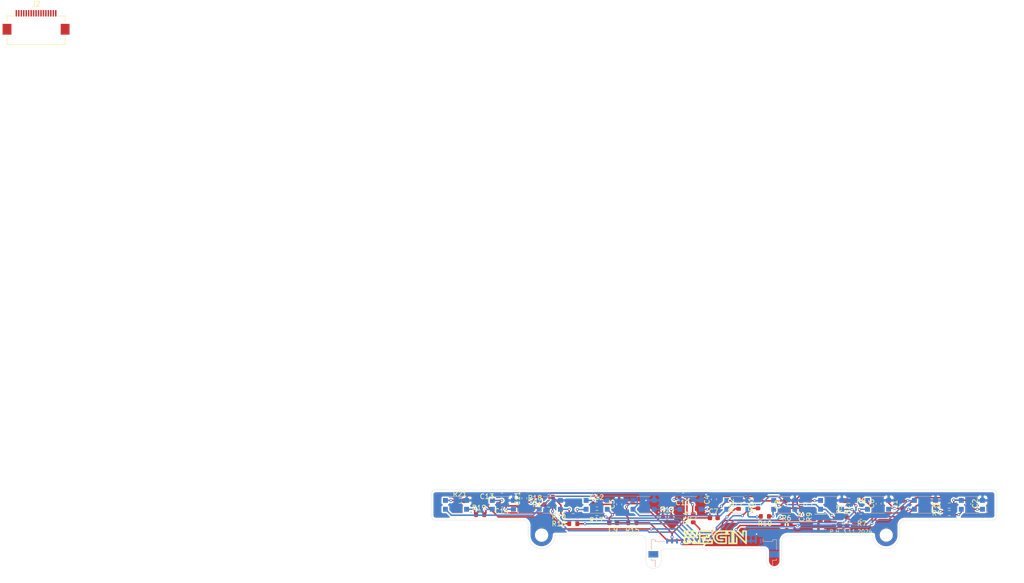
<source format=kicad_pcb>
(kicad_pcb (version 20240108) (generator "pcbnew") (generator_version "8.0")
  (layers (0 "F.Cu" signal) (31 "B.Cu" signal) (34 "B.Paste" user) (35 "F.Paste" user) (36 "B.SilkS" user "B.Silkscreen") (37 "F.SilkS" user "F.Silkscreen") (38 "B.Mask" user) (39 "F.Mask" user) (44 "Edge.Cuts" user))
  (net 0 "")
  (net 1 "+5V")
  (net 2 "Net-(C1-Pad1)")
  (net 3 "Net-(C2-Pad1)")
  (net 4 "GND")
  (net 5 "Net-(C5-Pad1)")
  (net 6 "Net-(C6-Pad1)")
  (net 7 "Net-(C7-Pad1)")
  (net 8 "Net-(C8-Pad1)")
  (net 9 "Net-(C9-Pad1)")
  (net 10 "Net-(C10-Pad1)")
  (net 11 "Net-(C11-Pad1)")
  (net 12 "Net-(C12-Pad1)")
  (net 13 "Net-(C13-Pad1)")
  (net 14 "Net-(C14-Pad1)")
  (net 15 "Net-(IC1-Pad4)")
  (net 16 "Net-(IC10-Pad4)")
  (net 17 "Net-(IC2-Pad1)")
  (net 18 "Net-(IC3-Pad4)")
  (net 19 "Net-(IC4-Pad1)")
  (net 20 "Net-(IC5-Pad4)")
  (net 21 "Net-(IC6-Pad1)")
  (net 22 "Net-(IC7-Pad4)")
  (net 23 "Net-(IC8-Pad1)")
  (net 24 "Net-(IC9-Pad4)")
  (net 25 "Net-(IC10-Pad1)")
  (net 26 "Net-(IC11-Pad4)")
  (net 27 "Net-(IC12-Pad1)")
  (net 28 "PC6")
  (net 29 "PA9")
  (net 30 "PA11")
  (net 32 "PB15")
  (net 33 "PC7")
  (net 34 "PA10")
  (net 35 "PC8")
  (net 36 "PA8")
  (net 37 "PA12")
  (net 38 "PB13")
  (net 39 "PB14")
  (net 40 "PC9")
  (net 41 "Net-(Q1-D)")
  (net 42 "PB12")
  (footprint "Resistor_SMD:R_0603_1608Metric" (layer "F.Cu") (at 164.35 101.075 -90)
    (property "Reference" "R9")
    (property "Value" "220")
  )
  (footprint "Capacitor_SMD:C_0603_1608Metric" (layer "F.Cu") (at 106.5 99.775 90)
    (property "Reference" "C11")
    (property "Value" "10n")
  )
  (footprint "Capacitor_SMD:C_0603_1608Metric" (layer "F.Cu") (at 101.975 99.25)
    (property "Reference" "C13")
    (property "Value" "10n")
  )
  (footprint "Resistor_SMD:R_0603_1608Metric" (layer "F.Cu") (at 159.775 105.2 180)
    (property "Reference" "R6")
    (property "Value" "220")
  )
  (footprint "Resistor_SMD:R_0603_1608Metric" (layer "F.Cu") (at 111.45 99.525)
    (property "Reference" "R18")
    (property "Value" "220" (hide yes))
  )
  (footprint "MountingHole:MountingHole_2.2mm_M2" (layer "F.Cu") (at 110 107.25)
    (property "Reference" "H1" (hide yes))
    (property "Value" "MountingHole")
  )
  (footprint "Resistor_SMD:R_0603_1608Metric" (layer "F.Cu") (at 93.425 100.25)
    (property "Reference" "R21")
    (property "Value" "220")
  )
  (footprint "Capacitor_SMD:C_0603_1608Metric" (layer "F.Cu") (at 196.65 100.925 -90)
    (property "Reference" "C2")
    (property "Value" "10n")
  )
  (footprint "logo:logo2" (layer "F.Cu") (at 145 108.2)
    (property "Reference" "G***" (hide yes))
    (property "Value" "LOGO" (hide yes))
  )
  (footprint "Resistor_SMD:R_0603_1608Metric" (layer "F.Cu") (at 140.8 103.825 -90)
    (property "Reference" "R14")
    (property "Value" "220")
  )
  (footprint "Capacitor_SMD:C_0603_1608Metric" (layer "F.Cu") (at 183.3 101.025 -90)
    (property "Reference" "C1")
    (property "Value" "10n")
  )
  (footprint "Resistor_SMD:R_0603_1608Metric" (layer "F.Cu") (at 153.95 100.975 -90)
    (property "Reference" "R11")
    (property "Value" "220")
  )
  (footprint "Resistor_SMD:R_0603_1608Metric" (layer "F.Cu") (at 111.425 101.05)
    (property "Reference" "R1")
    (property "Value" "47K" (hide yes))
  )
  (footprint "Resistor_SMD:R_0603_1608Metric" (layer "F.Cu") (at 155.35 103.45 180)
    (property "Reference" "R10")
    (property "Value" "39")
  )
  (footprint "Capacitor_SMD:C_0603_1608Metric" (layer "F.Cu") (at 178.45 100.875 90)
    (property "Reference" "C6")
    (property "Value" "10n")
  )
  (footprint "Capacitor_SMD:C_0603_1608Metric" (layer "F.Cu") (at 159.475 101.075 -90)
    (property "Reference" "C8")
    (property "Value" "10n")
  )
  (footprint "Resistor_SMD:R_0603_1608Metric" (layer "F.Cu") (at 135.5 103.5 180)
    (property "Reference" "R13")
    (property "Value" "39")
  )
  (footprint "Resistor_SMD:R_0603_1608Metric" (layer "F.Cu") (at 128.425 104.75)
    (property "Reference" "R15")
    (property "Value" "220" (hide yes))
  )
  (footprint "Capacitor_SMD:C_0603_1608Metric" (layer "F.Cu") (at 138.75 99.25)
    (property "Reference" "C10")
    (property "Value" "10n")
  )
  (footprint "Resistor_SMD:R_0603_1608Metric" (layer "F.Cu") (at 192.8 101.25 180)
    (property "Reference" "R5")
    (property "Value" "220")
  )
  (footprint "Resistor_SMD:R_0603_1608Metric" (layer "F.Cu") (at 170.55 104.475 90)
    (property "Reference" "R3")
    (property "Value" "47")
  )
  (footprint "Resistor_SMD:R_0603_1608Metric" (layer "F.Cu") (at 174.825 103.5 180)
    (property "Reference" "R7")
    (property "Value" "39")
  )
  (footprint "Resistor_SMD:R_0603_1608Metric" (layer "F.Cu") (at 172.425 100.25)
    (property "Reference" "R8")
    (property "Value" "220")
  )
  (footprint "Capacitor_SMD:C_0603_1608Metric" (layer "F.Cu") (at 102 101)
    (property "Reference" "C14")
    (property "Value" "10n" (hide yes))
  )
  (footprint "Connector_FFC-FPC:Hirose_FH12-17S-0.5SH_1x17-1MP_P0.50mm_Horizontal" (layer "F.Cu") (at 7.325 3.025)
    (property "Reference" "J2")
    (property "Value" "Conn_01x17")
  )
  (footprint "Resistor_SMD:R_0603_1608Metric" (layer "F.Cu") (at 116.425 104.95)
    (property "Reference" "R20")
    (property "Value" "220" (hide yes))
  )
  (footprint "Resistor_SMD:R_0603_1608Metric" (layer "F.Cu") (at 97.525 103.1 180)
    (property "Reference" "R19")
    (property "Value" "39" (hide yes))
  )
  (footprint "Capacitor_SMD:C_0603_1608Metric" (layer "F.Cu") (at 121.225 101)
    (property "Reference" "C12")
    (property "Value" "10n")
  )
  (footprint "Capacitor_SMD:C_0603_1608Metric" (layer "F.Cu") (at 124.525 104.75 180)
    (property "Reference" "C9")
    (property "Value" "10n" (hide yes))
  )
  (footprint "Resistor_SMD:R_0603_1608Metric" (layer "F.Cu") (at 192.8 102.775 180)
    (property "Reference" "R4")
    (property "Value" "39")
  )
  (footprint "MountingHole:MountingHole_2.2mm_M2" (layer "F.Cu") (at 180 107.25)
    (property "Reference" "H2" (hide yes))
    (property "Value" "MountingHole" (hide yes))
  )
  (footprint "Resistor_SMD:R_0603_1608Metric" (layer "F.Cu") (at 172.05 104.475 90)
    (property "Reference" "R2")
    (property "Value" "47")
  )
  (footprint "Resistor_SMD:R_0603_1608Metric" (layer "F.Cu") (at 150 101.075 -90)
    (property "Reference" "R12")
    (property "Value" "220")
  )
  (footprint "Capacitor_SMD:C_0603_1608Metric" (layer "F.Cu") (at 144.975 103.75 180)
    (property "Reference" "C7")
    (property "Value" "10n")
  )
  (footprint "Resistor_SMD:R_0603_1608Metric" (layer "F.Cu") (at 121.25 102.75)
    (property "Reference" "R17")
    (property "Value" "220" (hide yes))
  )
  (footprint "Capacitor_SMD:C_0603_1608Metric" (layer "F.Cu") (at 125.75 101 90)
    (property "Reference" "C3")
    (property "Value" "0.1u" (hide yes))
  )
  (footprint "Capacitor_SMD:C_0603_1608Metric" (layer "F.Cu") (at 162.75 101.025 -90)
    (property "Reference" "C5")
    (property "Value" "10n")
  )
  (footprint "NMOS_new:NMOS_SN" (layer "F.Cu") (at 167.0505 104.472)
    (property "Reference" "Q1" (hide yes))
    (property "Value" "NMOS")
  )
  (footprint "Capacitor_SMD:C_0603_1608Metric" (layer "F.Cu") (at 145 99.975 90)
    (property "Reference" "C4")
    (property "Value" "1u")
  )
  (footprint "Resistor_SMD:R_0603_1608Metric" (layer "F.Cu") (at 116.425 103.4 180)
    (property "Reference" "R16")
    (property "Value" "39")
  )
  (footprint "Sensor_Optical:KTIR0711S" (layer "B.Cu") (at 197.3875 101.1 180)
    (property "Reference" "IC1" (hide yes))
    (property "Value" "~")
  )
  (footprint "Sensor_Optical:KTIR0711S" (layer "B.Cu") (at 111.6625 101.1 180)
    (property "Reference" "IC10" (hide yes))
    (property "Value" "~" (hide yes))
  )
  (footprint "Sensor_Optical:KTIR0711S" (layer "B.Cu") (at 102.1375 101.1 180)
    (property "Reference" "IC11" (hide yes))
    (property "Value" "~" (hide yes))
  )
  (footprint "Sensor_Optical:KTIR0711S" (layer "B.Cu") (at 168.8125 101.1 180)
    (property "Reference" "IC4" (hide yes))
    (property "Value" "~")
  )
  (footprint "Sensor_Optical:KTIR0711S" (layer "B.Cu") (at 130.7125 101.1 180)
    (property "Reference" "IC8" (hide yes))
    (property "Value" "~" (hide yes))
  )
  (footprint "Sensor_Optical:KTIR0711S" (layer "B.Cu") (at 140.2375 101.1 180)
    (property "Reference" "IC7" (hide yes))
    (property "Value" "~" (hide yes))
  )
  (footprint "Connector_FFC-FPC:Molex_200528-0200_1x20-1MP_P1.00mm_Horizontal" (layer "B.Cu") (at 145 109.36 180)
    (property "Reference" "J1")
    (property "Value" "Conn_01x20")
  )
  (footprint "Sensor_Optical:KTIR0711S" (layer "B.Cu") (at 178.3375 101.1 180)
    (property "Reference" "IC3" (hide yes))
    (property "Value" "~")
  )
  (footprint "Sensor_Optical:KTIR0711S" (layer "B.Cu") (at 92.6125 101.1 180)
    (property "Reference" "IC12" (hide yes))
    (property "Value" "~" (hide yes))
  )
  (footprint "Sensor_Optical:KTIR0711S" (layer "B.Cu") (at 187.8625 101.1 180)
    (property "Reference" "IC2" (hide yes))
    (property "Value" "~")
  )
  (footprint "Sensor_Optical:KTIR0711S" (layer "B.Cu") (at 159.2875 101.1 180)
    (property "Reference" "IC5" (hide yes))
    (property "Value" "~")
  )
  (footprint "Sensor_Optical:KTIR0711S" (layer "B.Cu") (at 121.1875 101.1 180)
    (property "Reference" "IC9" (hide yes))
    (property "Value" "~" (hide yes))
  )
  (footprint "Sensor_Optical:KTIR0711S" (layer "B.Cu") (at 149.7625 101.1 180)
    (property "Reference" "IC6" (hide yes))
    (property "Value" "~" (hide yes))
  )
  (gr_line (start 160 107.25) (end 177 107.25) (stroke (width 0.05)) (layer "Edge.Cuts"))
  (gr_line (start 130 107.25) (end 113 107.25) (stroke (width 0.05)) (layer "Edge.Cuts"))
  (gr_arc (start 155.2 110) (mid 155.553553 110.146447) (end 155.7 110.5) (stroke (width 0.05)) (layer "Edge.Cuts"))
  (gr_arc (start 112.75 107.25) (mid 110 110) (end 107.25 107.25) (stroke (width 0.05)) (layer "Edge.Cuts"))
  (gr_arc (start 202.457107 103.25) (mid 202.176777 103.926777) (end 201.5 104.207107) (stroke (width 0.05)) (layer "Edge.Cuts"))
  (gr_arc (start 201.5 98.042893) (mid 202.176777 98.323223) (end 202.457107 99) (stroke (width 0.05)) (layer "Edge.Cuts"))
  (gr_arc (start 158.8 112.5) (mid 157.25 114.05) (end 155.7 112.5) (stroke (width 0.05)) (layer "Edge.Cuts"))
  (gr_arc (start 134.3 110.5) (mid 134.446447 110.146447) (end 134.8 110) (stroke (width 0.05)) (layer "Edge.Cuts"))
  (gr_arc (start 158.8 108.45) (mid 159.151472 107.601472) (end 160 107.25) (stroke (width 0.05)) (layer "Edge.Cuts"))
  (gr_line (start 201.5 98.042893) (end 88.5 98.042893) (stroke (width 0.05)) (layer "Edge.Cuts"))
  (gr_line (start 134.8 110) (end 155.2 110) (stroke (width 0.05)) (layer "Edge.Cuts"))
  (gr_line (start 107.25 105.207107) (end 107.25 107.25) (stroke (width 0.05)) (layer "Edge.Cuts"))
  (gr_arc (start 182.75 105.207107) (mid 183.042893 104.5) (end 183.75 104.207107) (stroke (width 0.05)) (layer "Edge.Cuts"))
  (gr_arc (start 87.542893 99) (mid 87.823223 98.323223) (end 88.5 98.042893) (stroke (width 0.05)) (layer "Edge.Cuts"))
  (gr_line (start 177 107.25) (end 177.25 107.25) (stroke (width 0.05)) (layer "Edge.Cuts"))
  (gr_line (start 182.75 105.207107) (end 182.75 107.25) (stroke (width 0.05)) (layer "Edge.Cuts"))
  (gr_line (start 158.8 112.5) (end 158.8 108.45) (stroke (width 0.05)) (layer "Edge.Cuts"))
  (gr_line (start 87.542893 103.25) (end 87.542893 99) (stroke (width 0.05)) (layer "Edge.Cuts"))
  (gr_line (start 106.25 104.207107) (end 88.5 104.207107) (stroke (width 0.05)) (layer "Edge.Cuts"))
  (gr_line (start 131.2 112.5) (end 131.2 108.45) (stroke (width 0.05)) (layer "Edge.Cuts"))
  (gr_arc (start 182.75 107.25) (mid 180 110) (end 177.25 107.25) (stroke (width 0.05)) (layer "Edge.Cuts"))
  (gr_line (start 183.75 104.207107) (end 201.5 104.207107) (stroke (width 0.05)) (layer "Edge.Cuts"))
  (gr_arc (start 130 107.25) (mid 130.848528 107.601472) (end 131.2 108.45) (stroke (width 0.05)) (layer "Edge.Cuts"))
  (gr_line (start 155.7 112.5) (end 155.7 110.5) (stroke (width 0.05)) (layer "Edge.Cuts"))
  (gr_line (start 134.3 112.5) (end 134.3 110.5) (stroke (width 0.05)) (layer "Edge.Cuts"))
  (gr_arc (start 88.5 104.207107) (mid 87.823223 103.926777) (end 87.542893 103.25) (stroke (width 0.05)) (layer "Edge.Cuts"))
  (gr_arc (start 106.25 104.207107) (mid 106.957107 104.5) (end 107.25 105.207107) (stroke (width 0.05)) (layer "Edge.Cuts"))
  (gr_arc (start 134.3 112.5) (mid 132.75 114.05) (end 131.2 112.5) (stroke (width 0.05)) (layer "Edge.Cuts"))
  (gr_line (start 202.457107 103.25) (end 202.457107 99) (stroke (width 0.05)) (layer "Edge.Cuts"))
  (gr_line (start 113 107.25) (end 112.75 107.25) (stroke (width 0.05)) (layer "Edge.Cuts"))
  (gr_text "P.H 3.11.2024\n" (at 168.4 107 0) (layer "F.SilkS") (effects (font (size 0.8 0.8) (thickness 0.1)) (justify left bottom)))
  (segment (start 181.75 101.8) (end 181.75 101.8) (width 0.3) (layer "F.Cu") (net 1))
  (segment (start 124.4 103.125) (end 125.75 101.775) (width 0.3) (layer "F.Cu") (net 1))
  (segment (start 105.25 101.75) (end 104.8 101.3) (width 0.3) (layer "F.Cu") (net 1))
  (segment (start 183.780761 101.8) (end 185.930761 99.65) (width 0.3) (layer "F.Cu") (net 1))
  (segment (start 109.45 101.75) (end 105.25 101.75) (width 0.3) (layer "F.Cu") (net 1))
  (segment (start 125.75 101.775) (end 126.675 100.85) (width 0.3) (layer "F.Cu") (net 1))
  (segment (start 161.05 100.580592) (end 161.05 101.8) (width 0.3) (layer "F.Cu") (net 1))
  (segment (start 181.7 101.8) (end 181.55 101.8) (width 0.3) (layer "F.Cu") (net 1))
  (segment (start 124.975 101) (end 125.75 101.775) (width 0.3) (layer "F.Cu") (net 1))
  (segment (start 179.85 100.1) (end 178.45 100.1) (width 0.3) (layer "F.Cu") (net 1))
  (segment (start 192.3 99.25) (end 197.044408 99.25) (width 0.3) (layer "F.Cu") (net 1))
  (segment (start 122 100.55) (end 122 101) (width 0.3) (layer "F.Cu") (net 1))
  (segment (start 103 99) (end 102.75 99.25) (width 0.2) (layer "F.Cu") (net 1))
  (segment (start 183.3 101.8) (end 183.780761 101.8) (width 0.3) (layer "F.Cu") (net 1))
  (segment (start 120.15 98.7) (end 122 100.55) (width 0.3) (layer "F.Cu") (net 1))
  (segment (start 185.930761 99.65) (end 191.9 99.65) (width 0.3) (layer "F.Cu") (net 1))
  (segment (start 126.675 100.85) (end 130.45 100.85) (width 0.3) (layer "F.Cu") (net 1))
  (segment (start 146.35 99.4) (end 159.869408 99.4) (width 0.3) (layer "F.Cu") (net 1))
  (segment (start 122 101) (end 124.975 101) (width 0.3) (layer "F.Cu") (net 1))
  (segment (start 123.75 104.75) (end 123.75 103.775) (width 0.3) (layer "F.Cu") (net 1))
  (segment (start 197.2 101.7) (end 196.65 101.7) (width 0.3) (layer "F.Cu") (net 1))
  (segment (start 183.3 101.8) (end 181.75 101.8) (width 0.3) (layer "F.Cu") (net 1))
  (segment (start 144.2 101.975) (end 144.2 101.55) (width 0.3) (layer "F.Cu") (net 1))
  (segment (start 143.65 101.975) (end 144.2 101.975) (width 0.3) (layer "F.Cu") (net 1))
  (segment (start 136.5 106.9) (end 139.65 103.75) (width 0.3) (layer "F.Cu") (net 1))
  (segment (start 110.6 101.05) (end 110.15 101.05) (width 0.3) (layer "F.Cu") (net 1))
  (segment (start 110.6 101.05) (end 111.525 100.125) (width 0.3) (layer "F.Cu") (net 1))
  (segment (start 178.45 100.1) (end 177.275 98.925) (width 0.3) (layer "F.Cu") (net 1))
  (segment (start 104.8 101.3) (end 103.075 101.3) (width 0.3) (layer "F.Cu") (net 1))
  (segment (start 144.2 101.55) (end 145 100.75) (width 0.3) (layer "F.Cu") (net 1))
  (segment (start 106.5 99) (end 103 99) (width 0.3) (layer "F.Cu") (net 1))
  (segment (start 162.8 103.1) (end 162.75 103.05) (width 0.3) (layer "F.Cu") (net 1))
  (segment (start 111.841642 98.7) (end 120.15 98.7) (width 0.3) (layer "F.Cu") (net 1))
  (segment (start 197.75 99.955592) (end 197.75 102) (width 0.3) (layer "F.Cu") (net 1))
  (segment (start 198.5 102) (end 197.75 102) (width 0.3) (layer "F.Cu") (net 1))
  (segment (start 197.044408 99.25) (end 197.75 99.955592) (width 0.3) (layer "F.Cu") (net 1))
  (segment (start 139.525 103.625) (end 139.65 103.75) (width 0.3) (layer "F.Cu") (net 1))
  (segment (start 162.75 101.8) (end 161.05 101.8) (width 0.3) (layer "F.Cu") (net 1))
  (segment (start 102.775 101.975) (end 102.8 102) (width 0.3) (layer "F.Cu") (net 1))
  (segment (start 197.5 102) (end 197.2 101.7) (width 0.3) (layer "F.Cu") (net 1))
  (segment (start 103.075 101.3) (end 102.775 101) (width 0.2) (layer "F.Cu") (net 1))
  (segment (start 144.2 103.75) (end 144.2 101.975) (width 0.3) (layer "F.Cu") (net 1))
  (segment (start 162.780592 98.925) (end 161.925 99.780592) (width 0.3) (layer "F.Cu") (net 1))
  (segment (start 161.925 100.975) (end 162.75 101.8) (width 0.3) (layer "F.Cu") (net 1))
  (segment (start 111.525 99.016642) (end 111.841642 98.7) (width 0.3) (layer "F.Cu") (net 1))
  (segment (start 145 100.75) (end 146.35 99.4) (width 0.3) (layer "F.Cu") (net 1))
  (segment (start 110.15 101.05) (end 109.45 101.75) (width 0.3) (layer "F.Cu") (net 1))
  (segment (start 161.925 99.780592) (end 161.925 100.975) (width 0.3) (layer "F.Cu") (net 1))
  (segment (start 162.75 103.05) (end 162.75 101.8) (width 0.3) (layer "F.Cu") (net 1))
  (segment (start 159.869408 99.4) (end 161.05 100.580592) (width 0.3) (layer "F.Cu") (net 1))
  (segment (start 136.5 107.625) (end 136.5 106.9) (width 0.3) (layer "F.Cu") (net 1))
  (segment (start 102.775 99.275) (end 102.75 99.25) (width 0.3) (layer "F.Cu") (net 1))
  (segment (start 197.75 102) (end 197.5 102) (width 0.3) (layer "F.Cu") (net 1))
  (segment (start 191.9 99.65) (end 192.3 99.25) (width 0.3) (layer "F.Cu") (net 1))
  (segment (start 139.65 103.75) (end 144.2 103.75) (width 0.3) (layer "F.Cu") (net 1))
  (segment (start 159.525 101.8) (end 159.475 101.85) (width 0.3) (layer "F.Cu") (net 1))
  (segment (start 102.775 101) (end 102.775 101.975) (width 0.3) (layer "F.Cu") (net 1))
  (segment (start 181.75 101.8) (end 181.7 101.8) (width 0.3) (layer "F.Cu") (net 1))
  (segment (start 181.55 101.8) (end 179.85 100.1) (width 0.3) (layer "F.Cu") (net 1))
  (segment (start 161.05 101.8) (end 159.525 101.8) (width 0.3) (layer "F.Cu") (net 1))
  (segment (start 123.75 103.775) (end 124.4 103.125) (width 0.3) (layer "F.Cu") (net 1))
  (segment (start 111.525 100.125) (end 111.525 99.016642) (width 0.3) (layer "F.Cu") (net 1))
  (segment (start 130.45 100.85) (end 136.5 106.9) (width 0.3) (layer "F.Cu") (net 1))
  (segment (start 181.7 101.8) (end 181.7 101.85) (width 0.3) (layer "F.Cu") (net 1))
  (segment (start 102.775 101) (end 102.775 99.275) (width 0.3) (layer "F.Cu") (net 1))
  (segment (start 139.525 99.25) (end 139.525 103.625) (width 0.3) (layer "F.Cu") (net 1))
  (segment (start 177.275 98.925) (end 162.780592 98.925) (width 0.3) (layer "F.Cu") (net 1))
  (segment (start 181.7 101.85) (end 181.7 101.85) (width 0.3) (layer "F.Cu") (net 1))
  (via (at 162.8 103.1) (size 0.6) (drill 0.3) (layers "F.Cu" "B.Cu") (net 1))
  (via (at 102.8 102) (size 0.6) (drill 0.3) (layers "F.Cu" "B.Cu") (net 1))
  (via (at 143.65 101.975) (size 0.6) (drill 0.3) (layers "F.Cu" "B.Cu") (net 1))
  (via (at 198.5 102) (size 0.6) (drill 0.3) (layers "F.Cu" "B.Cu") (net 1))
  (via (at 124.4 103.125) (size 0.6) (drill 0.3) (layers "F.Cu" "B.Cu") (net 1))
  (via (at 136.5 107.625) (size 0.6) (drill 0.3) (layers "F.Cu" "B.Cu") (net 1))
  (via (at 181.7 101.8) (size 0.6) (drill 0.3) (layers "F.Cu" "B.Cu") (net 1))
  (segment (start 143.65 101.975) (end 143.6 102) (width 0.3) (layer "B.Cu") (net 1))
  (segment (start 143.6 102) (end 143.575 102) (width 0.3) (layer "B.Cu") (net 1))
  (segment (start 162.8 103.1) (end 162.7 103.2) (width 0.3) (layer "B.Cu") (net 1))
  (segment (start 142.3875 102) (end 143.55 102) (width 0.3) (layer "B.Cu") (net 1))
  (segment (start 104.2875 102) (end 102.8 102) (width 0.3) (layer "B.Cu") (net 1))
  (segment (start 162.15 103.1) (end 161.4375 102.3875) (width 0.3) (layer "B.Cu") (net 1))
  (segment (start 143.55 102) (end 143.65 101.975) (width 0.3) (layer "B.Cu") (net 1))
  (segment (start 124.4 103.0625) (end 123.3375 102) (width 0.3) (layer "B.Cu") (net 1))
  (segment (start 180.6875 101.8) (end 180.4875 102) (width 0.3) (layer "B.Cu") (net 1))
  (segment (start 135.5 108.45) (end 136.5 108.45) (width 0.3) (layer "B.Cu") (net 1))
  (segment (start 181.7 101.8) (end 180.6875 101.8) (width 0.3) (layer "B.Cu") (net 1))
  (segment (start 136.5 108.45) (end 137.5 108.45) (width 0.3) (layer "B.Cu") (net 1))
  (segment (start 161.4375 102.3875) (end 161.4375 102) (width 0.3) (layer "B.Cu") (net 1))
  (segment (start 198.5 102) (end 199.5375 102) (width 0.3) (layer "B.Cu") (net 1))
  (segment (start 136.5 108.45) (end 136.5 107.625) (width 0.3) (layer "B.Cu") (net 1))
  (segment (start 124.4 103.125) (end 124.4 103.0625) (width 0.3) (layer "B.Cu") (net 1))
  (segment (start 162.8 103.1) (end 162.15 103.1) (width 0.3) (layer "B.Cu") (net 1))
  (segment (start 161.900001 105.25) (end 160.7 105.25) (width 0.3) (layer "F.Cu") (net 2))
  (segment (start 162.000001 105.35) (end 161.900001 105.25) (width 0.3) (layer "F.Cu") (net 2))
  (segment (start 160.7 105.25) (end 160.65 105.3) (width 0.3) (layer "F.Cu") (net 2))
  (segment (start 183.3 100.25) (end 184.35 100.25) (width 0.3) (layer "F.Cu") (net 2))
  (via (at 184.35 100.25) (size 0.6) (drill 0.3) (layers "F.Cu" "B.Cu") (net 2))
  (via (at 162.000001 105.35) (size 0.6) (drill 0.3) (layers "F.Cu" "B.Cu") (net 2))
  (segment (start 162.150001 105.2) (end 175.850001 105.2) (width 0.3) (layer "B.Cu") (net 2))
  (segment (start 162.000001 105.35) (end 162.150001 105.2) (width 0.3) (layer "B.Cu") (net 2))
  (segment (start 180.36538 104.23462) (end 184.35 100.25) (width 0.3) (layer "B.Cu") (net 2))
  (segment (start 184.35 100.25) (end 185.6625 100.25) (width 0.3) (layer "B.Cu") (net 2))
  (segment (start 161.95 105.400001) (end 161.95 105.45) (width 0.3) (layer "B.Cu") (net 2))
  (segment (start 162.000001 105.35) (end 161.95 105.400001) (width 0.3) (layer "B.Cu") (net 2))
  (segment (start 175.850001 105.2) (end 176.815381 104.23462) (width 0.3) (layer "B.Cu") (net 2))
  (segment (start 176.815381 104.23462) (end 180.36538 104.23462) (width 0.3) (layer "B.Cu") (net 2))
  (segment (start 185.6625 100.25) (end 185.7125 100.2) (width 0.3) (layer "B.Cu") (net 2))
  (segment (start 193.7 101.175) (end 193.625 101.25) (width 0.3) (layer "F.Cu") (net 3))
  (segment (start 193.7 100.15) (end 193.7 101.175) (width 0.3) (layer "F.Cu") (net 3))
  (segment (start 193.7 100.15) (end 196.65 100.15) (width 0.3) (layer "F.Cu") (net 3))
  (via (at 193.7 100.15) (size 0.6) (drill 0.3) (layers "F.Cu" "B.Cu") (net 3))
  (segment (start 195.1875 100.15) (end 195.2375 100.2) (width 0.3) (layer "B.Cu") (net 3))
  (segment (start 195.2375 100.2) (end 195.2375 99.7875) (width 0.3) (layer "B.Cu") (net 3))
  (segment (start 193.7 100.15) (end 195.1875 100.15) (width 0.3) (layer "B.Cu") (net 3))
  (segment (start 143.4 99) (end 144.8 99) (width 0.3) (layer "F.Cu") (net 4))
  (segment (start 144.8 99) (end 145 99.2) (width 0.3) (layer "F.Cu") (net 4))
  (via (at 124.45 100.15) (size 0.6) (drill 0.3) (layers "F.Cu" "B.Cu") (net 4))
  (via (at 153.65 107.05) (size 0.6) (drill 0.3) (layers "F.Cu" "B.Cu") (net 4))
  (via (at 131.2 100.2) (size 0.6) (drill 0.3) (layers "F.Cu" "B.Cu") (net 4))
  (via (at 143.4 99) (size 0.6) (drill 0.3) (layers "F.Cu" "B.Cu") (net 4))
  (segment (start 143.4 99.1875) (end 142.3875 100.2) (width 0.3) (layer "B.Cu") (net 4))
  (segment (start 150.7125 99) (end 143.4 99) (width 0.3) (layer "B.Cu") (net 4))
  (segment (start 151.9125 100.2) (end 150.7125 99) (width 0.3) (layer "B.Cu") (net 4))
  (segment (start 143.4 99) (end 143.4 99.1875) (width 0.3) (layer "B.Cu") (net 4))
  (segment (start 162.75 100.25) (end 164.35 100.25) (width 0.3) (layer "F.Cu") (net 5))
  (segment (start 164.35 100.25) (end 165.45 100.25) (width 0.3) (layer "F.Cu") (net 5))
  (via (at 165.45 100.25) (size 0.6) (drill 0.3) (layers "F.Cu" "B.Cu") (net 5))
  (segment (start 166.6125 100.25) (end 166.6625 100.2) (width 0.3) (layer "B.Cu") (net 5))
  (segment (start 165.45 100.25) (end 166.6125 100.25) (width 0.3) (layer "B.Cu") (net 5))
  (segment (start 174.9 99.425) (end 172.425 99.425) (width 0.3) (layer "F.Cu") (net 6))
  (segment (start 178.45 101.65) (end 177.125 101.65) (width 0.3) (layer "F.Cu") (net 6))
  (segment (start 172.425 99.425) (end 171.6 100.25) (width 0.3) (layer "F.Cu") (net 6))
  (segment (start 177.125 101.65) (end 174.9 99.425) (width 0.3) (layer "F.Cu") (net 6))
  (segment (start 174.9 100.2) (end 174.9 99.425) (width 0.3) (layer "F.Cu") (net 6))
  (segment (start 174.9 100.2) (end 174.95 100.25) (width 0.3) (layer "F.Cu") (net 6))
  (via (at 174.9 100.2) (size 0.6) (drill 0.3) (layers "F.Cu" "B.Cu") (net 6))
  (segment (start 174.9 100.2) (end 176.1875 100.2) (width 0.3) (layer "B.Cu") (net 6))
  (segment (start 146.55 101.375) (end 146.5 101.375) (width 0.3) (layer "F.Cu") (net 7))
  (segment (start 146.5 101.375) (end 146.5 101.425) (width 0.3) (layer "F.Cu") (net 7))
  (segment (start 147.675 100.25) (end 146.55 101.375) (width 0.3) (layer "F.Cu") (net 7))
  (segment (start 146.5 101.425) (end 145.75 102.175) (width 0.3) (layer "F.Cu") (net 7))
  (segment (start 150 100.25) (end 147.675 100.25) (width 0.3) (layer "F.Cu") (net 7))
  (segment (start 145.75 103.75) (end 145.75 102.175) (width 0.3) (layer "F.Cu") (net 7))
  (via (at 146.5 101.375) (size 0.6) (drill 0.3) (layers "F.Cu" "B.Cu") (net 7))
  (segment (start 146.5 101.375) (end 146.5 101.3125) (width 0.3) (layer "B.Cu") (net 7))
  (segment (start 146.5 101.3125) (end 147.6125 100.2) (width 0.3) (layer "B.Cu") (net 7))
  (segment (start 158.15 101.25) (end 158.525 101.25) (width 0.3) (layer "F.Cu") (net 8))
  (segment (start 158.525 101.25) (end 159.475 100.3) (width 0.3) (layer "F.Cu") (net 8))
  (segment (start 154.1 100.3) (end 153.95 100.15) (width 0.3) (layer "F.Cu") (net 8))
  (segment (start 159.475 100.3) (end 154.1 100.3) (width 0.3) (layer "F.Cu") (net 8))
  (via (at 158.15 101.25) (size 0.6) (drill 0.3) (layers "F.Cu" "B.Cu") (net 8))
  (segment (start 158.15 101.25) (end 158.2 101.25) (width 0.3) (layer "B.Cu") (net 8))
  (segment (start 157.15 100.2) (end 158.15 101.2) (width 0.3) (layer "B.Cu") (net 8))
  (segment (start 157.1375 100.2) (end 157.15 100.2) (width 0.3) (layer "B.Cu") (net 8))
  (segment (start 158.2 101.25) (end 158.2 101.25) (width 0.3) (layer "B.Cu") (net 8))
  (segment (start 158.15 101.2) (end 158.15 101.25) (width 0.3) (layer "B.Cu") (net 8))
  (segment (start 127.6 103.7) (end 127.6 104.75) (width 0.3) (layer "F.Cu") (net 9))
  (segment (start 127.25 101.5) (end 127.25 103.35) (width 0.3) (layer "F.Cu") (net 9))
  (segment (start 127.25 103.35) (end 127.6 103.7) (width 0.3) (layer "F.Cu") (net 9))
  (segment (start 125.3 104.75) (end 127.6 104.75) (width 0.3) (layer "F.Cu") (net 9))
  (via (at 127.25 101.5) (size 0.6) (drill 0.3) (layers "F.Cu" "B.Cu") (net 9))
  (segment (start 127.25 101.5) (end 127.2625 101.5) (width 0.3) (layer "B.Cu") (net 9))
  (segment (start 127.2625 101.5) (end 128.5625 100.2) (width 0.3) (layer "B.Cu") (net 9))
  (segment (start 136.9 100) (end 137.65 99.25) (width 0.3) (layer "F.Cu") (net 10))
  (segment (start 140.675 102.875) (end 140.8 103) (width 0.3) (layer "F.Cu") (net 10))
  (segment (start 137.65 99.25) (end 137.975 99.25) (width 0.3) (layer "F.Cu") (net 10))
  (segment (start 140.675 101.075) (end 140.675 102.875) (width 0.3) (layer "F.Cu") (net 10))
  (via (at 140.675 101.075) (size 0.6) (drill 0.3) (layers "F.Cu" "B.Cu") (net 10))
  (via (at 136.9 100) (size 0.6) (drill 0.3) (layers "F.Cu" "B.Cu") (net 10))
  (segment (start 139.8 100.2) (end 140.675 101.075) (width 0.3) (layer "B.Cu") (net 10))
  (segment (start 137.8875 100) (end 138.0875 100.2) (width 0.3) (layer "B.Cu") (net 10))
  (segment (start 138.4 100.2) (end 138.0875 100.2) (width 0.3) (layer "B.Cu") (net 10))
  (segment (start 136.9 100) (end 137.8875 100) (width 0.3) (layer "B.Cu") (net 10))
  (segment (start 138.0875 100.2) (end 139.8 100.2) (width 0.3) (layer "B.Cu") (net 10))
  (segment (start 108.85 99.55) (end 107.85 100.55) (width 0.3) (layer "F.Cu") (net 11))
  (segment (start 110.6 99.55) (end 108.85 99.55) (width 0.3) (layer "F.Cu") (net 11))
  (segment (start 106.5 100.55) (end 107.85 100.55) (width 0.3) (layer "F.Cu") (net 11))
  (via (at 107.85 100.55) (size 0.6) (drill 0.3) (layers "F.Cu" "B.Cu") (net 11))
  (segment (start 109.5125 100.2) (end 108.2 100.2) (width 0.3) (layer "B.Cu") (net 11))
  (segment (start 108.2 100.2) (end 107.85 100.55) (width 0.3) (layer "B.Cu") (net 11))
  (segment (start 120.425 101.025) (end 120.45 101) (width 0.3) (layer "F.Cu") (net 12))
  (segment (start 120.45 101) (end 120.45 100.225) (width 0.3) (layer "F.Cu") (net 12))
  (segment (start 120.425 102.75) (end 120.425 101.025) (width 0.3) (layer "F.Cu") (net 12))
  (via (at 120.45 100.225) (size 0.6) (drill 0.3) (layers "F.Cu" "B.Cu") (net 12))
  (segment (start 120.425 100.2) (end 119.0375 100.2) (width 0.3) (layer "B.Cu") (net 12))
  (segment (start 120.45 100.225) (end 120.425 100.2) (width 0.3) (layer "B.Cu") (net 12))
  (segment (start 92.55 100.2) (end 92.6 100.25) (width 0.2) (layer "F.Cu") (net 13))
  (segment (start 91.6 100.2) (end 92.55 100.2) (width 0.3) (layer "F.Cu") (net 13))
  (segment (start 101.2 99.25) (end 93.6 99.25) (width 0.3) (layer "F.Cu") (net 13))
  (segment (start 93.6 99.25) (end 92.6 100.25) (width 0.3) (layer "F.Cu") (net 13))
  (via (at 91.6 100.2) (size 0.6) (drill 0.3) (layers "F.Cu" "B.Cu") (net 13))
  (segment (start 90.4625 100.2) (end 91.6 100.2) (width 0.3) (layer "B.Cu") (net 13))
  (segment (start 101.225 101) (end 101.225 101.475) (width 0.3) (layer "F.Cu") (net 14))
  (segment (start 111.4 102.75) (end 113.6 104.95) (width 0.3) (layer "F.Cu") (net 14))
  (segment (start 101.225 100.875) (end 101.9 100.2) (width 0.3) (layer "F.Cu") (net 14))
  (segment (start 101.225 101) (end 101.225 100.875) (width 0.3) (layer "F.Cu") (net 14))
  (segment (start 102.5 102.75) (end 111.4 102.75) (width 0.3) (layer "F.Cu") (net 14))
  (segment (start 113.6 104.95) (end 115.6 104.95) (width 0.3) (layer "F.Cu") (net 14))
  (segment (start 101.225 101.475) (end 102.5 102.75) (width 0.3) (layer "F.Cu") (net 14))
  (via (at 101.9 100.2) (size 0.6) (drill 0.3) (layers "F.Cu" "B.Cu") (net 14))
  (segment (start 99.9875 100.2) (end 101.9 100.2) (width 0.3) (layer "B.Cu") (net 14))
  (segment (start 101.9 100.2) (end 102 100.2) (width 0.3) (layer "B.Cu") (net 14))
  (segment (start 193.95 103.1) (end 193.625 102.775) (width 0.3) (layer "F.Cu") (net 15))
  (segment (start 194.7 103.1) (end 193.95 103.1) (width 0.3) (layer "F.Cu") (net 15))
  (via (at 194.7 103.1) (size 0.6) (drill 0.3) (layers "F.Cu" "B.Cu") (net 15))
  (segment (start 194.75 103.1) (end 194.7 103.1) (width 0.3) (layer "B.Cu") (net 15))
  (segment (start 195.2375 102) (end 195.2375 102.6125) (width 0.3) (layer "B.Cu") (net 15))
  (segment (start 195.2375 102.6125) (end 194.75 103.1) (width 0.3) (layer "B.Cu") (net 15))
  (segment (start 194.7 103.15) (end 194.7 103.15) (width 0.3) (layer "B.Cu") (net 15))
  (segment (start 194.7 103.1) (end 194.7 103.15) (width 0.3) (layer "B.Cu") (net 15))
  (segment (start 178.3 102.75) (end 183.75 102.75) (width 0.3) (layer "F.Cu") (net 16))
  (segment (start 172.05 103.65) (end 173.3 104.9) (width 0.3) (layer "F.Cu") (net 16))
  (segment (start 183.75 102.75) (end 184.5 102) (width 0.3) (layer "F.Cu") (net 16))
  (segment (start 184.55 102) (end 184.5 102.05) (width 0.3) (layer "F.Cu") (net 16))
  (segment (start 173.3 104.9) (end 176.15 104.9) (width 0.3) (layer "F.Cu") (net 16))
  (segment (start 184.5 102.05) (end 184.5 102) (width 0.3) (layer "F.Cu") (net 16))
  (segment (start 176.15 104.9) (end 178.3 102.75) (width 0.3) (layer "F.Cu") (net 16))
  (segment (start 170.55 103.65) (end 172.05 103.65) (width 0.3) (layer "F.Cu") (net 16))
  (segment (start 184.5 102) (end 184.55 102) (width 0.3) (layer "F.Cu") (net 16))
  (segment (start 169.3 103.65) (end 168.95 103.3) (width 0.3) (layer "F.Cu") (net 16))
  (segment (start 170.55 103.65) (end 169.3 103.65) (width 0.3) (layer "F.Cu") (net 16))
  (via (at 184.5 102) (size 0.6) (drill 0.3) (layers "F.Cu" "B.Cu") (net 16))
  (via (at 168.95 103.3) (size 0.6) (drill 0.3) (layers "F.Cu" "B.Cu") (net 16))
  (segment (start 154.5875 101.05) (end 156.2875 99.35) (width 0.3) (layer "B.Cu") (net 16))
  (segment (start 129.8625 103.3) (end 146.3125 103.3) (width 0.3) (layer "B.Cu") (net 16))
  (segment (start 147.6125 102) (end 148.5625 101.05) (width 0.3) (layer "B.Cu") (net 16))
  (segment (start 146.3125 103.3) (end 147.6125 102) (width 0.3) (layer "B.Cu") (net 16))
  (segment (start 165.7125 101.05) (end 166.6625 102) (width 0.3) (layer "B.Cu") (net 16))
  (segment (start 90.4625 102) (end 91.6625 103.2) (width 0.3) (layer "B.Cu") (net 16))
  (segment (start 156.2875 99.35) (end 157.9875 99.35) (width 0.3) (layer "B.Cu") (net 16))
  (segment (start 184.5 102) (end 185.7125 102) (width 0.3) (layer "B.Cu") (net 16))
  (segment (start 109.5125 102) (end 112.1625 99.35) (width 0.3) (layer "B.Cu") (net 16))
  (segment (start 167.65 102) (end 168.95 103.3) (width 0.3) (layer "B.Cu") (net 16))
  (segment (start 129.4125 101.15) (end 128.5625 102) (width 0.3) (layer "B.Cu") (net 16))
  (segment (start 128.5625 102) (end 129.8625 103.3) (width 0.3) (layer "B.Cu") (net 16))
  (segment (start 91.6625 103.2) (end 108.3125 103.2) (width 0.3) (layer "B.Cu") (net 16))
  (segment (start 129.4125 99.35) (end 129.4125 101.15) (width 0.3) (layer "B.Cu") (net 16))
  (segment (start 157.9875 99.35) (end 159.6875 101.05) (width 0.3) (layer "B.Cu") (net 16))
  (segment (start 159.6875 101.05) (end 165.7125 101.05) (width 0.3) (layer "B.Cu") (net 16))
  (segment (start 112.1625 99.35) (end 129.4125 99.35) (width 0.3) (layer "B.Cu") (net 16))
  (segment (start 148.5625 101.05) (end 154.5875 101.05) (width 0.3) (layer "B.Cu") (net 16))
  (segment (start 166.6625 102) (end 167.65 102) (width 0.3) (layer "B.Cu") (net 16))
  (segment (start 108.3125 103.2) (end 109.5125 102) (width 0.3) (layer "B.Cu") (net 16))
  (segment (start 191.05 102.45) (end 191.65 102.45) (width 0.3) (layer "F.Cu") (net 17))
  (segment (start 191.65 102.45) (end 191.975 102.775) (width 0.3) (layer "F.Cu") (net 17))
  (via (at 191.05 102.45) (size 0.6) (drill 0.3) (layers "F.Cu" "B.Cu") (net 17))
  (segment (start 190.95 102.45) (end 191.05 102.45) (width 0.3) (layer "B.Cu") (net 17))
  (segment (start 191.05 102.55) (end 191.05 102.55) (width 0.3) (layer "B.Cu") (net 17))
  (segment (start 190.5 102) (end 190.95 102.45) (width 0.3) (layer "B.Cu") (net 17))
  (segment (start 191.05 102.45) (end 191.05 102.55) (width 0.3) (layer "B.Cu") (net 17))
  (segment (start 190.0125 102) (end 190.5 102) (width 0.3) (layer "B.Cu") (net 17))
  (segment (start 174.55 102.4) (end 175.65 103.5) (width 0.3) (layer "F.Cu") (net 18))
  (segment (start 174.55 102.05) (end 174.55 102.4) (width 0.3) (layer "F.Cu") (net 18))
  (via (at 174.55 102.05) (size 0.6) (drill 0.3) (layers "F.Cu" "B.Cu") (net 18))
  (segment (start 176.1875 102) (end 174.7 102) (width 0.3) (layer "B.Cu") (net 18))
  (segment (start 174.6 102) (end 174.65 102) (width 0.3) (layer "B.Cu") (net 18))
  (segment (start 174.7 102) (end 174.55 102.05) (width 0.3) (layer "B.Cu") (net 18))
  (segment (start 174.55 102.05) (end 174.6 102) (width 0.3) (layer "B.Cu") (net 18))
  (segment (start 174 103.5) (end 174 103) (width 0.3) (layer "F.Cu") (net 19))
  (segment (start 174 103) (end 173.05 102.05) (width 0.3) (layer "F.Cu") (net 19))
  (via (at 173.05 102.05) (size 0.6) (drill 0.3) (layers "F.Cu" "B.Cu") (net 19))
  (segment (start 170.9625 102) (end 173.05 102.05) (width 0.3) (layer "B.Cu") (net 19))
  (segment (start 173.05 102.05) (end 173.1 102) (width 0.3) (layer "B.Cu") (net 19))
  (segment (start 173.1 102) (end 173.15 102.05) (width 0.3) (layer "B.Cu") (net 19))
  (segment (start 156.175 103.45) (end 156.9 103.45) (width 0.3) (layer "F.Cu") (net 20))
  (segment (start 156.9 103.45) (end 157 103.35) (width 0.3) (layer "F.Cu") (net 20))
  (via (at 157 103.35) (size 0.6) (drill 0.3) (layers "F.Cu" "B.Cu") (net 20))
  (segment (start 157 102.1375) (end 157.1375 102) (width 0.3) (layer "B.Cu") (net 20))
  (segment (start 157 103.35) (end 157 102.1375) (width 0.3) (layer "B.Cu") (net 20))
  (segment (start 154.425 103.55) (end 154.525 103.45) (width 0.3) (layer "F.Cu") (net 21))
  (segment (start 153.75 103.55) (end 154.425 103.55) (width 0.3) (layer "F.Cu") (net 21))
  (via (at 153.75 103.55) (size 0.6) (drill 0.3) (layers "F.Cu" "B.Cu") (net 21))
  (segment (start 151.9125 103.3125) (end 152.15 103.55) (width 0.3) (layer "B.Cu") (net 21))
  (segment (start 153.75 103.55) (end 152.15 103.55) (width 0.3) (layer "B.Cu") (net 21))
  (segment (start 151.9125 102) (end 151.9125 103.3125) (width 0.3) (layer "B.Cu") (net 21))
  (segment (start 136.325 102.025) (end 136.325 103.5) (width 0.3) (layer "F.Cu") (net 22))
  (via (at 136.325 102.025) (size 0.6) (drill 0.3) (layers "F.Cu" "B.Cu") (net 22))
  (segment (start 138.0625 102.025) (end 138.0875 102) (width 0.3) (layer "B.Cu") (net 22))
  (segment (start 136.325 102.025) (end 138.0625 102.025) (width 0.3) (layer "B.Cu") (net 22))
  (segment (start 134.6 103.425) (end 134.675 103.5) (width 0.3) (layer "F.Cu") (net 23))
  (segment (start 134.6 101.975) (end 134.6 103.425) (width 0.3) (layer "F.Cu") (net 23))
  (via (at 134.6 101.975) (size 0.6) (drill 0.3) (layers "F.Cu" "B.Cu") (net 23))
  (segment (start 134.575 102) (end 134.6 101.975) (width 0.3) (layer "B.Cu") (net 23))
  (segment (start 132.8625 102) (end 134.575 102) (width 0.3) (layer "B.Cu") (net 23))
  (segment (start 117.25 103.35) (end 117.25 102.05) (width 0.2) (layer "F.Cu") (net 24))
  (segment (start 117.25 103.4) (end 117.25 103.35) (width 0.2) (layer "F.Cu") (net 24))
  (via (at 117.25 102.05) (size 0.6) (drill 0.3) (layers "F.Cu" "B.Cu") (net 24))
  (segment (start 118.9875 102.05) (end 119.0375 102) (width 0.2) (layer "B.Cu") (net 24))
  (segment (start 117.25 102.05) (end 118.9875 102.05) (width 0.3) (layer "B.Cu") (net 24))
  (segment (start 115.6 102) (end 115.6 103.4) (width 0.3) (layer "F.Cu") (net 25))
  (via (at 115.6 102) (size 0.6) (drill 0.3) (layers "F.Cu" "B.Cu") (net 25))
  (segment (start 113.8125 102) (end 115.6 102) (width 0.3) (layer "B.Cu") (net 25))
  (segment (start 98.69038 102.75962) (end 98.35 103.1) (width 0.3) (layer "F.Cu") (net 26))
  (segment (start 98.69038 102.00962) (end 98.69038 102.75962) (width 0.3) (layer "F.Cu") (net 26))
  (via (at 98.69038 102.00962) (size 0.6) (drill 0.3) (layers "F.Cu" "B.Cu") (net 26))
  (segment (start 98.7 102) (end 99.9875 102) (width 0.3) (layer "B.Cu") (net 26))
  (segment (start 98.69038 102.00962) (end 98.7 102) (width 0.3) (layer "B.Cu") (net 26))
  (segment (start 96.4 102.8) (end 96.7 103.1) (width 0.3) (layer "F.Cu") (net 27))
  (segment (start 96.4 102) (end 96.55 102) (width 0.3) (layer "F.Cu") (net 27))
  (segment (start 96.4 102) (end 96.4 102.8) (width 0.3) (layer "F.Cu") (net 27))
  (via (at 96.4 102) (size 0.6) (drill 0.3) (layers "F.Cu" "B.Cu") (net 27))
  (segment (start 96.4 102) (end 94.7625 102) (width 0.3) (layer "B.Cu") (net 27))
  (segment (start 122.875 103.55) (end 122.075 102.75) (width 0.3) (layer "F.Cu") (net 28))
  (segment (start 123.05 103.55) (end 122.875 103.55) (width 0.3) (layer "F.Cu") (net 28))
  (via (at 123.05 103.55) (size 0.6) (drill 0.3) (layers "F.Cu" "B.Cu") (net 28))
  (segment (start 123.3 103.8) (end 123.05 103.55) (width 0.3) (layer "B.Cu") (net 28))
  (segment (start 138.275 103.925) (end 138.15 103.8) (width 0.3) (layer "B.Cu") (net 28))
  (segment (start 142.5 108.45) (end 142.5 108.15) (width 0.3) (layer "B.Cu") (net 28))
  (segment (start 138.15 103.8) (end 124.325 103.8) (width 0.3) (layer "B.Cu") (net 28))
  (segment (start 124.325 103.8) (end 123.3 103.8) (width 0.3) (layer "B.Cu") (net 28))
  (segment (start 142.5 108.15) (end 138.275 103.925) (width 0.3) (layer "B.Cu") (net 28))
  (segment (start 163.45 103.369239) (end 163.069239 103.75) (width 0.3) (layer "F.Cu") (net 29))
  (segment (start 164.35 101.9) (end 163.434619 102.815381) (width 0.3) (layer "F.Cu") (net 29))
  (segment (start 163.069239 103.75) (end 162.530761 103.75) (width 0.3) (layer "F.Cu") (net 29))
  (segment (start 163.434619 102.815381) (end 163.45 102.830761) (width 0.3) (layer "F.Cu") (net 29))
  (segment (start 163.45 102.830761) (end 163.45 103.369239) (width 0.3) (layer "F.Cu") (net 29))
  (segment (start 162.530761 103.75) (end 162.380761 103.6) (width 0.3) (layer "F.Cu") (net 29))
  (segment (start 162.380761 103.6) (end 158.45 103.6) (width 0.3) (layer "F.Cu") (net 29))
  (via (at 158.45 103.6) (size 0.6) (drill 0.3) (layers "F.Cu" "B.Cu") (net 29))
  (segment (start 158.45 103.6) (end 157.85 104.2) (width 0.3) (layer "B.Cu") (net 29))
  (segment (start 157.85 104.2) (end 149.15 104.2) (width 0.3) (layer "B.Cu") (net 29))
  (segment (start 147.5 105.85) (end 147.5 108.45) (width 0.3) (layer "B.Cu") (net 29))
  (segment (start 149.15 104.2) (end 147.5 105.85) (width 0.3) (layer "B.Cu") (net 29))
  (segment (start 150.3 105.3) (end 149.5 106.1) (width 0.3) (layer "F.Cu") (net 30))
  (segment (start 159 105.3) (end 150.3 105.3) (width 0.3) (layer "F.Cu") (net 30))
  (via (at 149.5 106.1) (size 0.6) (drill 0.3) (layers "F.Cu" "B.Cu") (net 30))
  (segment (start 149.5 108.45) (end 149.5 106.1) (width 0.3) (layer "B.Cu") (net 30))
  (segment (start 113.925 101.175) (end 113.925 103.225) (width 0.3) (layer "F.Cu") (net 32))
  (segment (start 113.925 103.225) (end 113.95 103.15) (width 0.3) (layer "F.Cu") (net 32))
  (segment (start 112.275 99.525) (end 113.925 101.175) (width 0.3) (layer "F.Cu") (net 32))
  (via (at 113.925 103.225) (size 0.6) (drill 0.3) (layers "F.Cu" "B.Cu") (net 32))
  (segment (start 114.35 104.3) (end 137.65 104.3) (width 0.3) (layer "B.Cu") (net 32))
  (segment (start 137.65 104.3) (end 141.5 108.15) (width 0.3) (layer "B.Cu") (net 32))
  (segment (start 114.35 104.3) (end 113.925 103.875) (width 0.3) (layer "B.Cu") (net 32))
  (segment (start 141.5 108.15) (end 141.5 108.45) (width 0.3) (layer "B.Cu") (net 32))
  (segment (start 113.925 103.875) (end 113.925 103.225) (width 0.3) (layer "B.Cu") (net 32))
  (segment (start 143.5 107.425) (end 142.4 107.425) (width 0.3) (layer "F.Cu") (net 33))
  (segment (start 135.444239 108.275) (end 131.919239 104.75) (width 0.3) (layer "F.Cu") (net 33))
  (segment (start 142.4 107.425) (end 141.55 108.275) (width 0.3) (layer "F.Cu") (net 33))
  (segment (start 141.55 108.275) (end 135.444239 108.275) (width 0.3) (layer "F.Cu") (net 33))
  (segment (start 131.919239 104.75) (end 129.25 104.75) (width 0.3) (layer "F.Cu") (net 33))
  (via (at 143.5 107.425) (size 0.6) (drill 0.3) (layers "F.Cu" "B.Cu") (net 33))
  (segment (start 143.5 107.425) (end 143.5 108.45) (width 0.3) (layer "B.Cu") (net 33))
  (segment (start 173.25 100.7) (end 173.85 101.3) (width 0.3) (layer "F.Cu") (net 34))
  (segment (start 173.25 100.25) (end 173.25 100.7) (width 0.3) (layer "F.Cu") (net 34))
  (via (at 173.85 101.3) (size 0.6) (drill 0.3) (layers "F.Cu" "B.Cu") (net 34))
  (segment (start 173.85 101.3) (end 173.85 101.45) (width 0.3) (layer "B.Cu") (net 34))
  (segment (start 171.319239 104.7) (end 173.85 102.169239) (width 0.3) (layer "B.Cu") (net 34))
  (segment (start 148.5 108.45) (end 148.5 106.1) (width 0.3) (layer "B.Cu") (net 34))
  (segment (start 149.9 104.7) (end 171.319239 104.7) (width 0.3) (layer "B.Cu") (net 34))
  (segment (start 148.5 106.1) (end 149.9 104.7) (width 0.3) (layer "B.Cu") (net 34))
  (segment (start 173.85 102.169239) (end 173.85 101.3) (width 0.3) (layer "B.Cu") (net 34))
  (segment (start 142.1 106.825) (end 142.1 105.95) (width 0.3) (layer "F.Cu") (net 35))
  (segment (start 142.1 105.95) (end 140.8 104.65) (width 0.3) (layer "F.Cu") (net 35))
  (via (at 142.1 106.825) (size 0.6) (drill 0.3) (layers "F.Cu" "B.Cu") (net 35))
  (segment (start 142.15 106.775) (end 144.344239 106.775) (width 0.3) (layer "B.Cu") (net 35))
  (segment (start 142.1 106.825) (end 142.15 106.775) (width 0.3) (layer "B.Cu") (net 35))
  (segment (start 144.344239 106.775) (end 144.5 106.930761) (width 0.3) (layer "B.Cu") (net 35))
  (segment (start 144.5 106.930761) (end 144.5 108.45) (width 0.3) (layer "B.Cu") (net 35))
  (segment (start 152.3 101.8) (end 153.95 101.8) (width 0.3) (layer "F.Cu") (net 36))
  (segment (start 150.8 103.3) (end 152.3 101.8) (width 0.3) (layer "F.Cu") (net 36))
  (via (at 150.8 103.3) (size 0.6) (drill 0.3) (layers "F.Cu" "B.Cu") (net 36))
  (segment (start 146.5 108.45) (end 146.5 105.7125) (width 0.3) (layer "B.Cu") (net 36))
  (segment (start 146.5 105.7125) (end 148.9125 103.3) (width 0.3) (layer "B.Cu") (net 36))
  (segment (start 148.9125 103.3) (end 150.8 103.3) (width 0.3) (layer "B.Cu") (net 36))
  (segment (start 150.8 103.3) (end 150.85 103.3) (width 0.3) (layer "B.Cu") (net 36))
  (segment (start 177.08462 104.88462) (end 177.08462 104.672487) (width 0.3) (layer "F.Cu") (net 37))
  (segment (start 178.257107 103.5) (end 183.919239 103.5) (width 0.3) (layer "F.Cu") (net 37))
  (segment (start 183.919239 103.5) (end 186.169239 101.25) (width 0.3) (layer "F.Cu") (net 37))
  (segment (start 186.169239 101.25) (end 191.975 101.25) (width 0.3) (layer "F.Cu") (net 37))
  (segment (start 177.08462 104.672487) (end 178.257107 103.5) (width 0.3) (layer "F.Cu") (net 37))
  (via (at 177.08462 104.88462) (size 0.6) (drill 0.3) (layers "F.Cu" "B.Cu") (net 37))
  (segment (start 162.56924 105.7) (end 162.26924 106) (width 0.3) (layer "B.Cu") (net 37))
  (segment (start 162.26924 106) (end 161.730762 106) (width 0.3) (layer "B.Cu") (net 37))
  (segment (start 161.730762 106) (end 161.280762 105.55) (width 0.3) (layer "B.Cu") (net 37))
  (segment (start 176.26924 105.7) (end 162.56924 105.7) (width 0.3) (layer "B.Cu") (net 37))
  (segment (start 177.08462 104.88462) (end 176.26924 105.7) (width 0.3) (layer "B.Cu") (net 37))
  (segment (start 161.280762 105.55) (end 151.75 105.55) (width 0.3) (layer "B.Cu") (net 37))
  (segment (start 151.75 105.55) (end 150.5 106.8) (width 0.3) (layer "B.Cu") (net 37))
  (segment (start 150.5 106.8) (end 150.5 108.45) (width 0.3) (layer "B.Cu") (net 37))
  (segment (start 110.757107 103.557107) (end 101.207107 103.557107) (width 0.3) (layer "F.Cu") (net 38))
  (segment (start 101.207107 103.557107) (end 97.9 100.25) (width 0.3) (layer "F.Cu") (net 38))
  (segment (start 97.9 100.25) (end 94.25 100.25) (width 0.3) (layer "F.Cu") (net 38))
  (segment (start 113.2 106) (end 110.757107 103.557107) (width 0.3) (layer "F.Cu") (net 38))
  (segment (start 113.2 106) (end 132.25 106) (width 0.3) (layer "F.Cu") (net 38))
  (via (at 132.25 106) (size 0.6) (drill 0.3) (layers "F.Cu" "B.Cu") (net 38))
  (segment (start 132.25 106) (end 137.45 106) (width 0.3) (layer "B.Cu") (net 38))
  (segment (start 139.5 108.05) (end 139.5 108.45) (width 0.3) (layer "B.Cu") (net 38))
  (segment (start 137.45 106) (end 139.5 108.05) (width 0.3) (layer "B.Cu") (net 38))
  (segment (start 117.25 104.95) (end 118.8 104.95) (width 0.3) (layer "F.Cu") (net 39))
  (via (at 118.8 104.95) (size 0.6) (drill 0.3) (layers "F.Cu" "B.Cu") (net 39))
  (segment (start 137.3 104.95) (end 140.5 108.15) (width 0.3) (layer "B.Cu") (net 39))
  (segment (start 140.5 108.15) (end 140.5 108.45) (width 0.3) (layer "B.Cu") (net 39))
  (segment (start 118.8 104.95) (end 137.3 104.95) (width 0.3) (layer "B.Cu") (net 39))
  (segment (start 150 101.9) (end 149.3 101.9) (width 0.3) (layer "F.Cu") (net 40))
  (segment (start 149.3 101.9) (end 147.65 103.55) (width 0.3) (layer "F.Cu") (net 40))
  (via (at 147.65 103.55) (size 0.6) (drill 0.3) (layers "F.Cu" "B.Cu") (net 40))
  (segment (start 147.65 103.55) (end 145.5 105.7) (width 0.3) (layer "B.Cu") (net 40))
  (segment (start 145.5 105.7) (end 145.5 108.45) (width 0.3) (layer "B.Cu") (net 40))
  (segment (start 168.1 104.55) (end 169.8 104.55) (width 0.3) (layer "F.Cu") (net 41))
  (segment (start 170.55 105.3) (end 172.05 105.3) (width 0.3) (layer "F.Cu") (net 41))
  (segment (start 169.8 104.55) (end 170.55 105.3) (width 0.3) (layer "F.Cu") (net 41))
  (segment (start 146.75 104.75) (end 146.75 105.094239) (width 0.3) (layer "F.Cu") (net 42))
  (segment (start 165.55 104.275) (end 147.225 104.275) (width 0.3) (layer "F.Cu") (net 42))
  (segment (start 138.65 109.15) (end 138.5 109) (width 0.3) (layer "F.Cu") (net 42))
  (segment (start 112.225 102.4) (end 112.225 101.075) (width 0.3) (layer "F.Cu") (net 42))
  (segment (start 146.75 105.094239) (end 142.694239 109.15) (width 0.3) (layer "F.Cu") (net 42))
  (segment (start 112.225 101.075) (end 112.25 101.05) (width 0.3) (layer "F.Cu") (net 42))
  (segment (start 142.694239 109.15) (end 138.65 109.15) (width 0.3) (layer "F.Cu") (net 42))
  (segment (start 147.225 104.275) (end 146.75 104.75) (width 0.3) (layer "F.Cu") (net 42))
  (segment (start 166.225 103.6) (end 165.55 104.275) (width 0.3) (layer "F.Cu") (net 42))
  (via (at 138.5 109) (size 0.6) (drill 0.3) (layers "F.Cu" "B.Cu") (net 42))
  (via (at 112.225 102.4) (size 0.6) (drill 0.3) (layers "F.Cu" "B.Cu") (net 42))
  (segment (start 112.225 102.4) (end 112.225 102.375) (width 0.3) (layer "B.Cu") (net 42))
  (segment (start 131.825 106.65) (end 137 106.65) (width 0.3) (layer "B.Cu") (net 42))
  (segment (start 137 106.65) (end 138.5 108.15) (width 0.3) (layer "B.Cu") (net 42))
  (segment (start 131.525 106.35) (end 115.5 106.35) (width 0.3) (layer "B.Cu") (net 42))
  (segment (start 131.525 106.35) (end 131.825 106.65) (width 0.3) (layer "B.Cu") (net 42))
  (segment (start 138.5 108.15) (end 138.5 108.45) (width 0.3) (layer "B.Cu") (net 42))
  (segment (start 115.5 106.35) (end 112.225 103.075) (width 0.3) (layer "B.Cu") (net 42))
  (segment (start 112.225 103.075) (end 112.225 102.4) (width 0.3) (layer "B.Cu") (net 42))
  (segment (start 138.5 109) (end 138.5 108.45) (width 0.3) (layer "B.Cu") (net 42))
  (zone (net 4) (net_name "GND") (layer "F.Cu") (priority 1) (connect_pads (clearance 0.3)) (min_thickness 0.25) (fill yes (thermal_gap 0.5) (thermal_bridge_width 0.5))
    (polygon (pts (xy 208 93) (xy 83 93) (xy 83 117) (xy 208 117)))
  )
  (zone (net 4) (net_name "GND") (layer "B.Cu") (connect_pads (clearance 0.3)) (min_thickness 0.25) (fill yes (thermal_gap 0.5) (thermal_bridge_width 0.5))
    (polygon (pts (xy 206 95) (xy 85 95) (xy 85 115) (xy 206 115)))
  )
)
</source>
